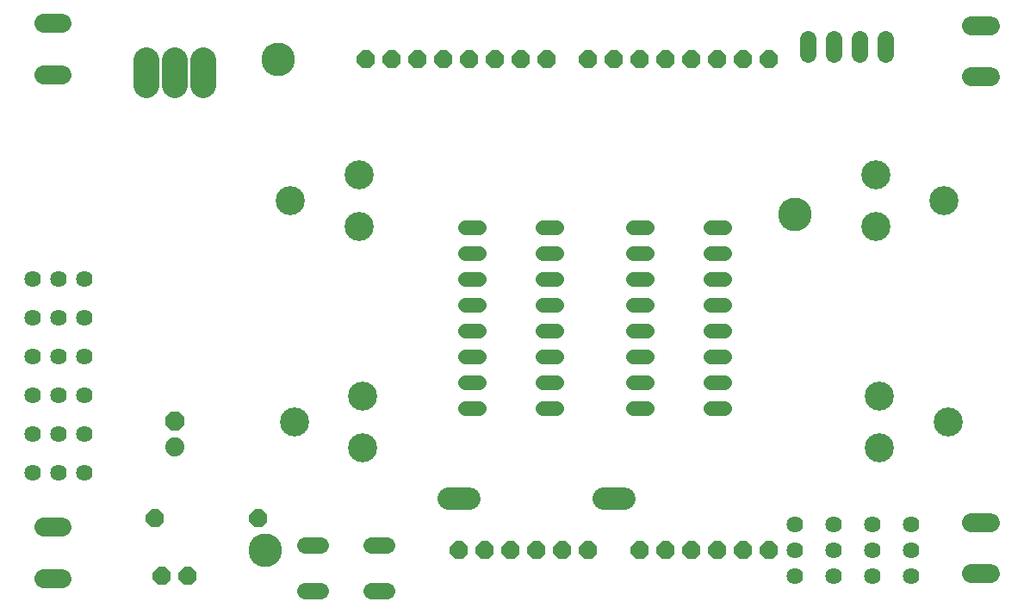
<source format=gbs>
G75*
%MOIN*%
%OFA0B0*%
%FSLAX25Y25*%
%IPPOS*%
%LPD*%
%AMOC8*
5,1,8,0,0,1.08239X$1,22.5*
%
%ADD10C,0.11200*%
%ADD11C,0.06400*%
%ADD12OC8,0.07000*%
%ADD13C,0.12998*%
%ADD14C,0.07450*%
%ADD15C,0.05550*%
%ADD16C,0.09849*%
%ADD17C,0.08650*%
%ADD18C,0.06400*%
%ADD19OC8,0.07400*%
%ADD20C,0.07400*%
D10*
X0113048Y0073987D03*
X0139615Y0063987D03*
X0139615Y0083987D03*
X0138215Y0149737D03*
X0111648Y0159737D03*
X0138215Y0169737D03*
X0338057Y0169816D03*
X0364624Y0159816D03*
X0338057Y0149816D03*
X0339457Y0084066D03*
X0366024Y0074066D03*
X0339457Y0064066D03*
D11*
X0148754Y0026478D02*
X0142754Y0026478D01*
X0123154Y0026478D02*
X0117154Y0026478D01*
X0117154Y0008678D02*
X0123154Y0008678D01*
X0142754Y0008678D02*
X0148754Y0008678D01*
X0311800Y0216320D02*
X0311800Y0222320D01*
X0321800Y0222320D02*
X0321800Y0216320D01*
X0331800Y0216320D02*
X0331800Y0222320D01*
X0341800Y0222320D02*
X0341800Y0216320D01*
D12*
X0296800Y0214320D03*
X0286800Y0214320D03*
X0276800Y0214320D03*
X0266800Y0214320D03*
X0256800Y0214320D03*
X0246800Y0214320D03*
X0236800Y0214320D03*
X0226800Y0214320D03*
X0210800Y0214320D03*
X0200800Y0214320D03*
X0190800Y0214320D03*
X0180800Y0214320D03*
X0170800Y0214320D03*
X0160800Y0214320D03*
X0150800Y0214320D03*
X0140800Y0214320D03*
X0099300Y0036820D03*
X0071800Y0014320D03*
X0061800Y0014320D03*
X0059300Y0036820D03*
X0176800Y0024320D03*
X0186800Y0024320D03*
X0196800Y0024320D03*
X0206800Y0024320D03*
X0216800Y0024320D03*
X0226800Y0024320D03*
X0246800Y0024320D03*
X0256800Y0024320D03*
X0266800Y0024320D03*
X0276800Y0024320D03*
X0286800Y0024320D03*
X0296800Y0024320D03*
D13*
X0101800Y0024320D03*
X0306800Y0154320D03*
X0106800Y0214320D03*
D14*
X0023317Y0013631D02*
X0016267Y0013631D01*
X0016267Y0033316D02*
X0023317Y0033316D01*
X0023317Y0208631D02*
X0016267Y0208631D01*
X0016267Y0228316D02*
X0023317Y0228316D01*
X0375283Y0227509D02*
X0382333Y0227509D01*
X0382333Y0207824D02*
X0375283Y0207824D01*
X0375283Y0035009D02*
X0382333Y0035009D01*
X0382333Y0015324D02*
X0375283Y0015324D01*
D15*
X0279375Y0079320D02*
X0274225Y0079320D01*
X0274225Y0089320D02*
X0279375Y0089320D01*
X0279375Y0099320D02*
X0274225Y0099320D01*
X0274225Y0109320D02*
X0279375Y0109320D01*
X0279375Y0119320D02*
X0274225Y0119320D01*
X0274225Y0129320D02*
X0279375Y0129320D01*
X0279375Y0139320D02*
X0274225Y0139320D01*
X0274225Y0149320D02*
X0279375Y0149320D01*
X0249375Y0149320D02*
X0244225Y0149320D01*
X0244225Y0139320D02*
X0249375Y0139320D01*
X0249375Y0129320D02*
X0244225Y0129320D01*
X0244225Y0119320D02*
X0249375Y0119320D01*
X0249375Y0109320D02*
X0244225Y0109320D01*
X0244225Y0099320D02*
X0249375Y0099320D01*
X0249375Y0089320D02*
X0244225Y0089320D01*
X0244225Y0079320D02*
X0249375Y0079320D01*
X0214375Y0079320D02*
X0209225Y0079320D01*
X0209225Y0089320D02*
X0214375Y0089320D01*
X0214375Y0099320D02*
X0209225Y0099320D01*
X0209225Y0109320D02*
X0214375Y0109320D01*
X0214375Y0119320D02*
X0209225Y0119320D01*
X0209225Y0129320D02*
X0214375Y0129320D01*
X0214375Y0139320D02*
X0209225Y0139320D01*
X0209225Y0149320D02*
X0214375Y0149320D01*
X0184375Y0149320D02*
X0179225Y0149320D01*
X0179225Y0139320D02*
X0184375Y0139320D01*
X0184375Y0129320D02*
X0179225Y0129320D01*
X0179225Y0119320D02*
X0184375Y0119320D01*
X0184375Y0109320D02*
X0179225Y0109320D01*
X0179225Y0099320D02*
X0184375Y0099320D01*
X0184375Y0089320D02*
X0179225Y0089320D01*
X0179225Y0079320D02*
X0184375Y0079320D01*
D16*
X0077800Y0204595D02*
X0077800Y0214044D01*
X0066800Y0214044D02*
X0066800Y0204595D01*
X0055800Y0204595D02*
X0055800Y0214044D01*
D17*
X0172675Y0044320D02*
X0180925Y0044320D01*
X0232675Y0044320D02*
X0240925Y0044320D01*
D18*
X0306800Y0034320D03*
X0321800Y0034320D03*
X0321800Y0024320D03*
X0306800Y0024320D03*
X0306800Y0014320D03*
X0321800Y0014320D03*
X0336800Y0014320D03*
X0351800Y0014320D03*
X0351800Y0024320D03*
X0351800Y0034320D03*
X0336800Y0034320D03*
X0336800Y0024320D03*
X0031800Y0054320D03*
X0021800Y0054320D03*
X0011800Y0054320D03*
X0011800Y0069320D03*
X0021800Y0069320D03*
X0031800Y0069320D03*
X0031800Y0084320D03*
X0021800Y0084320D03*
X0011800Y0084320D03*
X0011800Y0099320D03*
X0021800Y0099320D03*
X0031800Y0099320D03*
X0031800Y0114320D03*
X0021800Y0114320D03*
X0011800Y0114320D03*
X0011800Y0129320D03*
X0021800Y0129320D03*
X0031800Y0129320D03*
D19*
X0066800Y0074320D03*
D20*
X0066800Y0064320D03*
M02*

</source>
